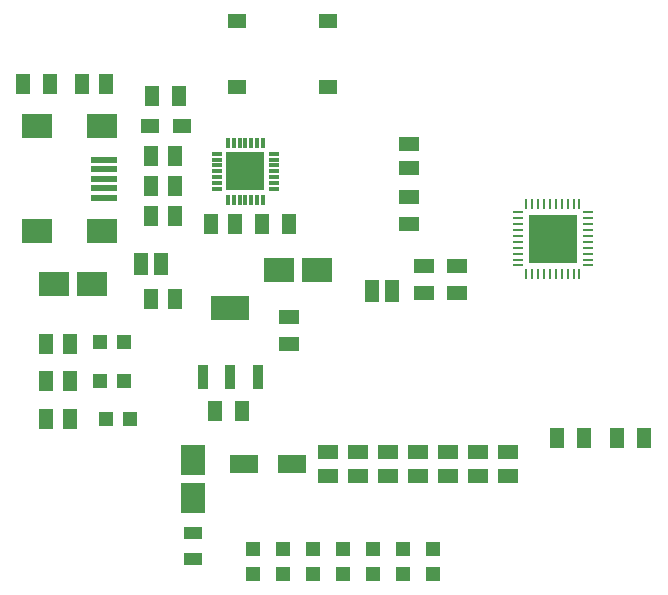
<source format=gtp>
G04 Layer_Color=8421504*
%FSLAX25Y25*%
%MOIN*%
G70*
G01*
G75*
%ADD10R,0.03740X0.08465*%
%ADD11R,0.12795X0.08465*%
%ADD12R,0.06500X0.05000*%
%ADD13R,0.05000X0.06500*%
%ADD14R,0.04724X0.04724*%
%ADD15R,0.04724X0.04724*%
%ADD16R,0.05906X0.04724*%
%ADD17R,0.05906X0.04331*%
%ADD18R,0.09449X0.06457*%
%ADD19R,0.09843X0.07874*%
%ADD20R,0.09055X0.01969*%
%ADD21R,0.04921X0.07284*%
%ADD22R,0.09843X0.08465*%
%ADD23R,0.08465X0.09843*%
%ADD24R,0.03740X0.01378*%
%ADD25R,0.01378X0.03740*%
%ADD26R,0.12598X0.12598*%
%ADD27R,0.16339X0.16339*%
%ADD28R,0.03347X0.01102*%
%ADD29R,0.01102X0.03347*%
%ADD30R,0.06299X0.04921*%
D10*
X68445Y81583D02*
D03*
X77500D02*
D03*
X86555D02*
D03*
D11*
X77500Y104417D02*
D03*
D12*
X97000Y101500D02*
D03*
Y92500D02*
D03*
X140000Y56500D02*
D03*
Y48500D02*
D03*
X150000Y56500D02*
D03*
Y48500D02*
D03*
X160000Y56500D02*
D03*
Y48500D02*
D03*
X170000Y56500D02*
D03*
Y48500D02*
D03*
X137000Y151000D02*
D03*
Y159000D02*
D03*
X110000Y56500D02*
D03*
Y48500D02*
D03*
X120000Y56500D02*
D03*
Y48500D02*
D03*
X130000Y56500D02*
D03*
Y48500D02*
D03*
X137000Y132500D02*
D03*
Y141500D02*
D03*
X142000Y118500D02*
D03*
Y109500D02*
D03*
X153000Y118500D02*
D03*
Y109500D02*
D03*
D13*
X81500Y70000D02*
D03*
X72500D02*
D03*
X59000Y107500D02*
D03*
X51000D02*
D03*
X24000Y67500D02*
D03*
X16000D02*
D03*
X24000Y80000D02*
D03*
X16000D02*
D03*
X24000Y92500D02*
D03*
X16000D02*
D03*
X71000Y132500D02*
D03*
X79000D02*
D03*
X59000Y135000D02*
D03*
X51000D02*
D03*
Y145000D02*
D03*
X59000D02*
D03*
X51000Y155000D02*
D03*
X59000D02*
D03*
X28000Y179000D02*
D03*
X36000D02*
D03*
X8500D02*
D03*
X17500D02*
D03*
X97000Y132500D02*
D03*
X88000D02*
D03*
X60500Y175000D02*
D03*
X51500D02*
D03*
X195500Y61000D02*
D03*
X186500D02*
D03*
X206500D02*
D03*
X215500D02*
D03*
D14*
X135000Y15866D02*
D03*
Y24134D02*
D03*
X105000D02*
D03*
Y15866D02*
D03*
X115000Y24134D02*
D03*
Y15866D02*
D03*
X125001Y24133D02*
D03*
Y15865D02*
D03*
X85000Y24134D02*
D03*
Y15866D02*
D03*
X95000Y24134D02*
D03*
Y15866D02*
D03*
X145001Y15864D02*
D03*
Y24132D02*
D03*
D15*
X33867Y93001D02*
D03*
X42135D02*
D03*
X44134Y67500D02*
D03*
X35866D02*
D03*
X42136Y80001D02*
D03*
X33868D02*
D03*
D16*
X110158Y178000D02*
D03*
X79843D02*
D03*
Y200000D02*
D03*
X110158D02*
D03*
D17*
X65000Y29331D02*
D03*
Y20669D02*
D03*
D18*
X82126Y52500D02*
D03*
X97874D02*
D03*
D19*
X13189Y129980D02*
D03*
Y165020D02*
D03*
X34843Y129980D02*
D03*
Y165020D02*
D03*
D20*
X35236Y141201D02*
D03*
Y144350D02*
D03*
Y147500D02*
D03*
Y150650D02*
D03*
Y153799D02*
D03*
D21*
X47555Y119000D02*
D03*
X54445D02*
D03*
X124555Y110000D02*
D03*
X131445D02*
D03*
D22*
X18701Y112500D02*
D03*
X31299D02*
D03*
X93701Y117000D02*
D03*
X106299D02*
D03*
D23*
X65000Y53799D02*
D03*
Y41201D02*
D03*
D24*
X73051Y155905D02*
D03*
Y153937D02*
D03*
Y151969D02*
D03*
Y150000D02*
D03*
Y148031D02*
D03*
Y146063D02*
D03*
Y144095D02*
D03*
X91949D02*
D03*
Y146063D02*
D03*
Y148031D02*
D03*
Y150000D02*
D03*
Y151969D02*
D03*
Y153937D02*
D03*
Y155905D02*
D03*
D25*
X76595Y140551D02*
D03*
X78563D02*
D03*
X80532D02*
D03*
X82500D02*
D03*
X84469D02*
D03*
X86437D02*
D03*
X88406D02*
D03*
Y159449D02*
D03*
X86437D02*
D03*
X84469D02*
D03*
X82500D02*
D03*
X80532D02*
D03*
X78563D02*
D03*
X76595D02*
D03*
D26*
X82500Y150000D02*
D03*
D27*
X185000Y127500D02*
D03*
D28*
X173386Y118642D02*
D03*
Y120610D02*
D03*
Y122579D02*
D03*
Y124547D02*
D03*
Y126516D02*
D03*
Y128484D02*
D03*
Y130453D02*
D03*
Y132421D02*
D03*
Y134390D02*
D03*
Y136358D02*
D03*
X196614D02*
D03*
Y134390D02*
D03*
Y132421D02*
D03*
Y130453D02*
D03*
Y128484D02*
D03*
Y126516D02*
D03*
Y124547D02*
D03*
Y122579D02*
D03*
Y120610D02*
D03*
Y118642D02*
D03*
D29*
X176142Y139114D02*
D03*
X178110D02*
D03*
X180079D02*
D03*
X182047D02*
D03*
X184016D02*
D03*
X185984D02*
D03*
X187953D02*
D03*
X189921D02*
D03*
X191890D02*
D03*
X193858D02*
D03*
Y115886D02*
D03*
X191890D02*
D03*
X189921D02*
D03*
X187953D02*
D03*
X185984D02*
D03*
X184016D02*
D03*
X182047D02*
D03*
X180079D02*
D03*
X178110D02*
D03*
X176142D02*
D03*
D30*
X61413Y165000D02*
D03*
X50587D02*
D03*
M02*

</source>
